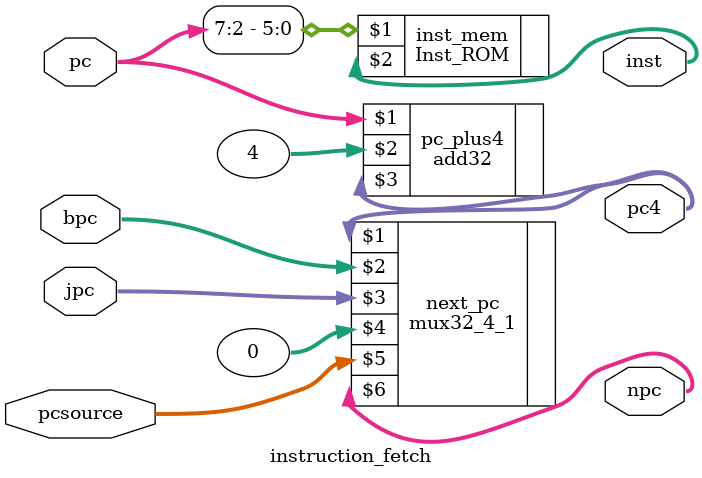
<source format=v>
`timescale 1ns / 1ps
module instruction_fetch(pcsource,pc,bpc,jpc,pc4,npc,inst
    );
	 input [1:0] pcsource;
	 input [31:0] pc, bpc, jpc;		//pc-输入指令地址；bpc-条件跳转指令地址；jpc-无条件跳转指令地址；
	 
	 output [31:0] pc4, npc, inst;		//pc4-pc+4用于输出至ID级计算跳转地址；npc-经过选择的下一条指令地址；inst-根据pc取出的指令

	 add32 pc_plus4(pc,32'h4,pc4);		//32位加法器，用来计算PC+4
	 mux32_4_1 next_pc(pc4,bpc,jpc,32'h0,pcsource,npc);		//根据pcsource信号选择下一条指令的地址
	 Inst_ROM inst_mem(pc[7:2],inst);		//指令存储器
	 
endmodule

</source>
